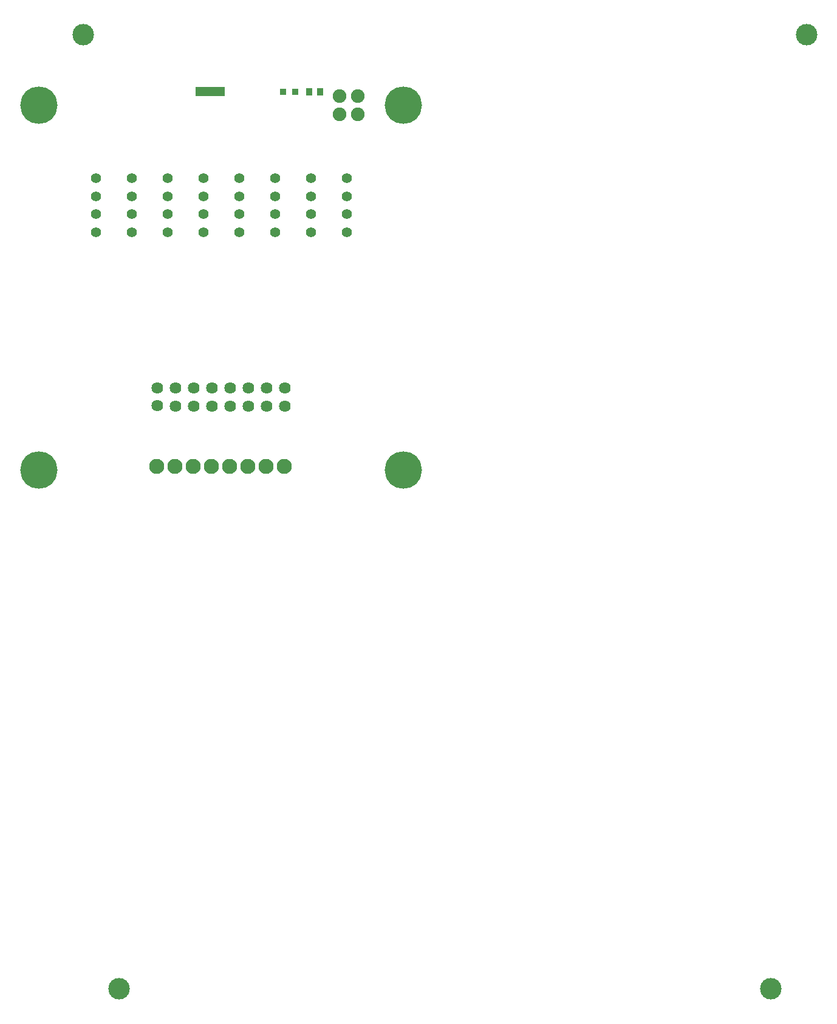
<source format=gts>
G04 Layer: TopSolderMaskLayer*
G04 EasyEDA v6.5.29, 2023-07-09 12:41:00*
G04 4e8154f8966d48969a3891fccebbae35,5a6b42c53f6a479593ecc07194224c93,10*
G04 Gerber Generator version 0.2*
G04 Scale: 100 percent, Rotated: No, Reflected: No *
G04 Dimensions in millimeters *
G04 leading zeros omitted , absolute positions ,4 integer and 5 decimal *
%FSLAX45Y45*%
%MOMM*%

%AMMACRO1*1,1,$1,$2,$3*1,1,$1,$4,$5*1,1,$1,0-$2,0-$3*1,1,$1,0-$4,0-$5*20,1,$1,$2,$3,$4,$5,0*20,1,$1,$4,$5,0-$2,0-$3,0*20,1,$1,0-$2,0-$3,0-$4,0-$5,0*20,1,$1,0-$4,0-$5,$2,$3,0*4,1,4,$2,$3,$4,$5,0-$2,0-$3,0-$4,0-$5,$2,$3,0*%
%ADD10MACRO1,0.1016X-0.4032X-0.432X-0.4032X0.432*%
%ADD11MACRO1,0.1016X0.4032X-0.432X0.4032X0.432*%
%ADD12MACRO1,0.1016X-0.4X-0.4X-0.4X0.4*%
%ADD13C,5.2032*%
%ADD14C,1.6256*%
%ADD15C,2.1016*%
%ADD16C,1.4016*%
%ADD17C,1.9016*%
%ADD18C,3.0000*%

%LPD*%
D10*
G01*
X4304424Y5651500D03*
D11*
G01*
X4153775Y5651500D03*
D12*
G01*
X3958589Y5651500D03*
G01*
X3788410Y5651500D03*
D13*
G01*
X381000Y5461000D03*
G01*
X5461000Y5461000D03*
G01*
X5461000Y381000D03*
G01*
X381000Y381000D03*
D14*
G01*
X3556000Y1270000D03*
G01*
X3556000Y1524000D03*
G01*
X2286000Y1270000D03*
G01*
X2286000Y1524000D03*
D15*
G01*
X3807206Y435406D03*
G01*
X3553206Y435406D03*
G01*
X3299206Y435406D03*
G01*
X3045206Y435406D03*
G01*
X2791206Y435406D03*
G01*
X2537206Y435406D03*
G01*
X2283206Y435406D03*
G01*
X2029206Y435406D03*
D14*
G01*
X2032000Y1282700D03*
G01*
X2032000Y1524000D03*
G01*
X2794000Y1524000D03*
G01*
X2794000Y1270000D03*
G01*
X2540000Y1524000D03*
G01*
X2540000Y1270000D03*
G01*
X3810000Y1270000D03*
G01*
X3810000Y1524000D03*
G01*
X3302000Y1524000D03*
G01*
X3302000Y1270000D03*
G01*
X3048000Y1524000D03*
G01*
X3048000Y1270000D03*
D16*
G01*
X4681093Y3695700D03*
G01*
X4681093Y3945712D03*
G01*
X4681093Y4195698D03*
G01*
X4681093Y4445711D03*
G01*
X4181093Y3695700D03*
G01*
X4181093Y4445711D03*
G01*
X4181093Y4195698D03*
G01*
X4181093Y3945712D03*
G01*
X3681095Y3945712D03*
G01*
X3681095Y4195698D03*
G01*
X3681095Y4445711D03*
G01*
X3681095Y3695700D03*
G01*
X3181095Y3945712D03*
G01*
X3181095Y4195698D03*
G01*
X3181095Y4445711D03*
G01*
X3181095Y3695700D03*
G01*
X2681097Y3945712D03*
G01*
X2681097Y4195698D03*
G01*
X2681097Y4445711D03*
G01*
X2681097Y3695700D03*
G01*
X2181097Y3945712D03*
G01*
X2181097Y4195698D03*
G01*
X2181097Y4445711D03*
G01*
X2181097Y3695700D03*
G01*
X1681098Y3945712D03*
G01*
X1681098Y4195698D03*
G01*
X1681098Y4445711D03*
G01*
X1681098Y3695700D03*
G01*
X1181100Y3945712D03*
G01*
X1181100Y4195698D03*
G01*
X1181100Y4445711D03*
G01*
X1181100Y3695700D03*
D17*
G01*
X4572000Y5588000D03*
G01*
X4572000Y5334000D03*
G01*
X4826000Y5334000D03*
G01*
X4826000Y5588000D03*
D18*
G01*
X999997Y6441998D03*
G01*
X11084001Y6441998D03*
G01*
X1499996Y-6841997D03*
G01*
X10584002Y-6841997D03*
G36*
X2565400Y5715000D02*
G01*
X2971800Y5715000D01*
X2971800Y5588000D01*
X2565400Y5588000D01*
G37*
M02*

</source>
